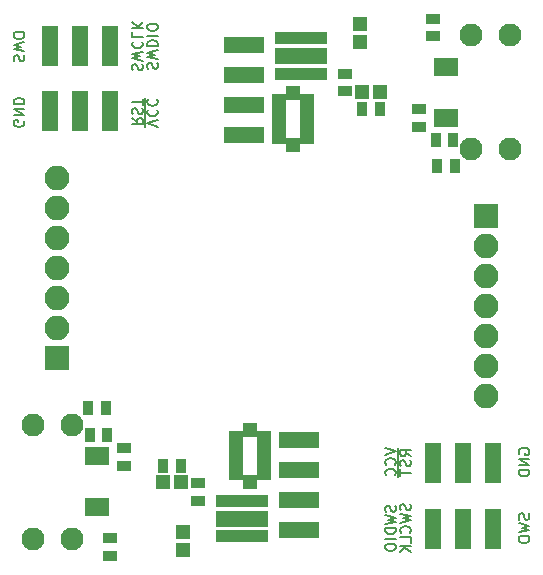
<source format=gbs>
%TF.GenerationSoftware,KiCad,Pcbnew,4.0.6*%
%TF.CreationDate,2017-04-20T11:48:03-04:00*%
%TF.ProjectId,Panel,50616E656C2E6B696361645F70636200,rev?*%
%TF.FileFunction,Soldermask,Bot*%
%FSLAX46Y46*%
G04 Gerber Fmt 4.6, Leading zero omitted, Abs format (unit mm)*
G04 Created by KiCad (PCBNEW 4.0.6) date Thu Apr 20 11:48:03 2017*
%MOMM*%
%LPD*%
G01*
G04 APERTURE LIST*
%ADD10C,0.100000*%
%ADD11C,0.150000*%
%ADD12R,1.400000X3.400000*%
%ADD13R,2.100000X2.100000*%
%ADD14O,2.100000X2.100000*%
%ADD15R,1.300000X0.900000*%
%ADD16R,1.200000X1.150000*%
%ADD17R,1.150000X1.200000*%
%ADD18C,1.950000*%
%ADD19R,0.699720X1.197560*%
%ADD20R,1.197560X0.699720*%
%ADD21R,4.500000X1.100000*%
%ADD22R,4.500000X1.400000*%
%ADD23R,2.099260X1.598880*%
%ADD24R,0.900000X1.300000*%
%ADD25R,3.400000X1.400000*%
G04 APERTURE END LIST*
D10*
D11*
X143458000Y-136618286D02*
X143415143Y-136532572D01*
X143415143Y-136404001D01*
X143458000Y-136275429D01*
X143543714Y-136189715D01*
X143629429Y-136146858D01*
X143800857Y-136104001D01*
X143929429Y-136104001D01*
X144100857Y-136146858D01*
X144186571Y-136189715D01*
X144272286Y-136275429D01*
X144315143Y-136404001D01*
X144315143Y-136489715D01*
X144272286Y-136618286D01*
X144229429Y-136661143D01*
X143929429Y-136661143D01*
X143929429Y-136489715D01*
X144315143Y-137046858D02*
X143415143Y-137046858D01*
X144315143Y-137561143D01*
X143415143Y-137561143D01*
X144315143Y-137989715D02*
X143415143Y-137989715D01*
X143415143Y-138204000D01*
X143458000Y-138332572D01*
X143543714Y-138418286D01*
X143629429Y-138461143D01*
X143800857Y-138504000D01*
X143929429Y-138504000D01*
X144100857Y-138461143D01*
X144186571Y-138418286D01*
X144272286Y-138332572D01*
X144315143Y-138204000D01*
X144315143Y-137989715D01*
X144272286Y-141649144D02*
X144315143Y-141777715D01*
X144315143Y-141992001D01*
X144272286Y-142077715D01*
X144229429Y-142120572D01*
X144143714Y-142163429D01*
X144058000Y-142163429D01*
X143972286Y-142120572D01*
X143929429Y-142077715D01*
X143886571Y-141992001D01*
X143843714Y-141820572D01*
X143800857Y-141734858D01*
X143758000Y-141692001D01*
X143672286Y-141649144D01*
X143586571Y-141649144D01*
X143500857Y-141692001D01*
X143458000Y-141734858D01*
X143415143Y-141820572D01*
X143415143Y-142034858D01*
X143458000Y-142163429D01*
X143415143Y-142463429D02*
X144315143Y-142677715D01*
X143672286Y-142849144D01*
X144315143Y-143020572D01*
X143415143Y-143234858D01*
X143415143Y-143749143D02*
X143415143Y-143920572D01*
X143458000Y-144006286D01*
X143543714Y-144092000D01*
X143715143Y-144134858D01*
X144015143Y-144134858D01*
X144186571Y-144092000D01*
X144272286Y-144006286D01*
X144315143Y-143920572D01*
X144315143Y-143749143D01*
X144272286Y-143663429D01*
X144186571Y-143577715D01*
X144015143Y-143534858D01*
X143715143Y-143534858D01*
X143543714Y-143577715D01*
X143458000Y-143663429D01*
X143415143Y-143749143D01*
X132112143Y-136104000D02*
X133012143Y-136404000D01*
X132112143Y-136704000D01*
X132926429Y-137518286D02*
X132969286Y-137475429D01*
X133012143Y-137346858D01*
X133012143Y-137261144D01*
X132969286Y-137132572D01*
X132883571Y-137046858D01*
X132797857Y-137004001D01*
X132626429Y-136961144D01*
X132497857Y-136961144D01*
X132326429Y-137004001D01*
X132240714Y-137046858D01*
X132155000Y-137132572D01*
X132112143Y-137261144D01*
X132112143Y-137346858D01*
X132155000Y-137475429D01*
X132197857Y-137518286D01*
X132926429Y-138418286D02*
X132969286Y-138375429D01*
X133012143Y-138246858D01*
X133012143Y-138161144D01*
X132969286Y-138032572D01*
X132883571Y-137946858D01*
X132797857Y-137904001D01*
X132626429Y-137861144D01*
X132497857Y-137861144D01*
X132326429Y-137904001D01*
X132240714Y-137946858D01*
X132155000Y-138032572D01*
X132112143Y-138161144D01*
X132112143Y-138246858D01*
X132155000Y-138375429D01*
X132197857Y-138418286D01*
X134282143Y-136811143D02*
X133853571Y-136511143D01*
X134282143Y-136296858D02*
X133382143Y-136296858D01*
X133382143Y-136639715D01*
X133425000Y-136725429D01*
X133467857Y-136768286D01*
X133553571Y-136811143D01*
X133682143Y-136811143D01*
X133767857Y-136768286D01*
X133810714Y-136725429D01*
X133853571Y-136639715D01*
X133853571Y-136296858D01*
X134239286Y-137154001D02*
X134282143Y-137282572D01*
X134282143Y-137496858D01*
X134239286Y-137582572D01*
X134196429Y-137625429D01*
X134110714Y-137668286D01*
X134025000Y-137668286D01*
X133939286Y-137625429D01*
X133896429Y-137582572D01*
X133853571Y-137496858D01*
X133810714Y-137325429D01*
X133767857Y-137239715D01*
X133725000Y-137196858D01*
X133639286Y-137154001D01*
X133553571Y-137154001D01*
X133467857Y-137196858D01*
X133425000Y-137239715D01*
X133382143Y-137325429D01*
X133382143Y-137539715D01*
X133425000Y-137668286D01*
X133382143Y-137925429D02*
X133382143Y-138439715D01*
X134282143Y-138182572D02*
X133382143Y-138182572D01*
X133227000Y-136082572D02*
X133227000Y-138525429D01*
X132969286Y-140984858D02*
X133012143Y-141113429D01*
X133012143Y-141327715D01*
X132969286Y-141413429D01*
X132926429Y-141456286D01*
X132840714Y-141499143D01*
X132755000Y-141499143D01*
X132669286Y-141456286D01*
X132626429Y-141413429D01*
X132583571Y-141327715D01*
X132540714Y-141156286D01*
X132497857Y-141070572D01*
X132455000Y-141027715D01*
X132369286Y-140984858D01*
X132283571Y-140984858D01*
X132197857Y-141027715D01*
X132155000Y-141070572D01*
X132112143Y-141156286D01*
X132112143Y-141370572D01*
X132155000Y-141499143D01*
X132112143Y-141799143D02*
X133012143Y-142013429D01*
X132369286Y-142184858D01*
X133012143Y-142356286D01*
X132112143Y-142570572D01*
X133012143Y-142913429D02*
X132112143Y-142913429D01*
X132112143Y-143127714D01*
X132155000Y-143256286D01*
X132240714Y-143342000D01*
X132326429Y-143384857D01*
X132497857Y-143427714D01*
X132626429Y-143427714D01*
X132797857Y-143384857D01*
X132883571Y-143342000D01*
X132969286Y-143256286D01*
X133012143Y-143127714D01*
X133012143Y-142913429D01*
X133012143Y-143813429D02*
X132112143Y-143813429D01*
X132112143Y-144413428D02*
X132112143Y-144584857D01*
X132155000Y-144670571D01*
X132240714Y-144756285D01*
X132412143Y-144799143D01*
X132712143Y-144799143D01*
X132883571Y-144756285D01*
X132969286Y-144670571D01*
X133012143Y-144584857D01*
X133012143Y-144413428D01*
X132969286Y-144327714D01*
X132883571Y-144242000D01*
X132712143Y-144199143D01*
X132412143Y-144199143D01*
X132240714Y-144242000D01*
X132155000Y-144327714D01*
X132112143Y-144413428D01*
X134239286Y-140856287D02*
X134282143Y-140984858D01*
X134282143Y-141199144D01*
X134239286Y-141284858D01*
X134196429Y-141327715D01*
X134110714Y-141370572D01*
X134025000Y-141370572D01*
X133939286Y-141327715D01*
X133896429Y-141284858D01*
X133853571Y-141199144D01*
X133810714Y-141027715D01*
X133767857Y-140942001D01*
X133725000Y-140899144D01*
X133639286Y-140856287D01*
X133553571Y-140856287D01*
X133467857Y-140899144D01*
X133425000Y-140942001D01*
X133382143Y-141027715D01*
X133382143Y-141242001D01*
X133425000Y-141370572D01*
X133382143Y-141670572D02*
X134282143Y-141884858D01*
X133639286Y-142056287D01*
X134282143Y-142227715D01*
X133382143Y-142442001D01*
X134196429Y-143299143D02*
X134239286Y-143256286D01*
X134282143Y-143127715D01*
X134282143Y-143042001D01*
X134239286Y-142913429D01*
X134153571Y-142827715D01*
X134067857Y-142784858D01*
X133896429Y-142742001D01*
X133767857Y-142742001D01*
X133596429Y-142784858D01*
X133510714Y-142827715D01*
X133425000Y-142913429D01*
X133382143Y-143042001D01*
X133382143Y-143127715D01*
X133425000Y-143256286D01*
X133467857Y-143299143D01*
X134282143Y-144113429D02*
X134282143Y-143684858D01*
X133382143Y-143684858D01*
X134282143Y-144413429D02*
X133382143Y-144413429D01*
X134282143Y-144927714D02*
X133767857Y-144542000D01*
X133382143Y-144927714D02*
X133896429Y-144413429D01*
X110717857Y-108188857D02*
X111146429Y-108488857D01*
X110717857Y-108703142D02*
X111617857Y-108703142D01*
X111617857Y-108360285D01*
X111575000Y-108274571D01*
X111532143Y-108231714D01*
X111446429Y-108188857D01*
X111317857Y-108188857D01*
X111232143Y-108231714D01*
X111189286Y-108274571D01*
X111146429Y-108360285D01*
X111146429Y-108703142D01*
X110760714Y-107845999D02*
X110717857Y-107717428D01*
X110717857Y-107503142D01*
X110760714Y-107417428D01*
X110803571Y-107374571D01*
X110889286Y-107331714D01*
X110975000Y-107331714D01*
X111060714Y-107374571D01*
X111103571Y-107417428D01*
X111146429Y-107503142D01*
X111189286Y-107674571D01*
X111232143Y-107760285D01*
X111275000Y-107803142D01*
X111360714Y-107845999D01*
X111446429Y-107845999D01*
X111532143Y-107803142D01*
X111575000Y-107760285D01*
X111617857Y-107674571D01*
X111617857Y-107460285D01*
X111575000Y-107331714D01*
X111617857Y-107074571D02*
X111617857Y-106560285D01*
X110717857Y-106817428D02*
X111617857Y-106817428D01*
X111773000Y-108917428D02*
X111773000Y-106474571D01*
X112887857Y-108896000D02*
X111987857Y-108596000D01*
X112887857Y-108296000D01*
X112073571Y-107481714D02*
X112030714Y-107524571D01*
X111987857Y-107653142D01*
X111987857Y-107738856D01*
X112030714Y-107867428D01*
X112116429Y-107953142D01*
X112202143Y-107995999D01*
X112373571Y-108038856D01*
X112502143Y-108038856D01*
X112673571Y-107995999D01*
X112759286Y-107953142D01*
X112845000Y-107867428D01*
X112887857Y-107738856D01*
X112887857Y-107653142D01*
X112845000Y-107524571D01*
X112802143Y-107481714D01*
X112073571Y-106581714D02*
X112030714Y-106624571D01*
X111987857Y-106753142D01*
X111987857Y-106838856D01*
X112030714Y-106967428D01*
X112116429Y-107053142D01*
X112202143Y-107095999D01*
X112373571Y-107138856D01*
X112502143Y-107138856D01*
X112673571Y-107095999D01*
X112759286Y-107053142D01*
X112845000Y-106967428D01*
X112887857Y-106838856D01*
X112887857Y-106753142D01*
X112845000Y-106624571D01*
X112802143Y-106581714D01*
X101542000Y-108381714D02*
X101584857Y-108467428D01*
X101584857Y-108595999D01*
X101542000Y-108724571D01*
X101456286Y-108810285D01*
X101370571Y-108853142D01*
X101199143Y-108895999D01*
X101070571Y-108895999D01*
X100899143Y-108853142D01*
X100813429Y-108810285D01*
X100727714Y-108724571D01*
X100684857Y-108595999D01*
X100684857Y-108510285D01*
X100727714Y-108381714D01*
X100770571Y-108338857D01*
X101070571Y-108338857D01*
X101070571Y-108510285D01*
X100684857Y-107953142D02*
X101584857Y-107953142D01*
X100684857Y-107438857D01*
X101584857Y-107438857D01*
X100684857Y-107010285D02*
X101584857Y-107010285D01*
X101584857Y-106796000D01*
X101542000Y-106667428D01*
X101456286Y-106581714D01*
X101370571Y-106538857D01*
X101199143Y-106496000D01*
X101070571Y-106496000D01*
X100899143Y-106538857D01*
X100813429Y-106581714D01*
X100727714Y-106667428D01*
X100684857Y-106796000D01*
X100684857Y-107010285D01*
X100727714Y-103350856D02*
X100684857Y-103222285D01*
X100684857Y-103007999D01*
X100727714Y-102922285D01*
X100770571Y-102879428D01*
X100856286Y-102836571D01*
X100942000Y-102836571D01*
X101027714Y-102879428D01*
X101070571Y-102922285D01*
X101113429Y-103007999D01*
X101156286Y-103179428D01*
X101199143Y-103265142D01*
X101242000Y-103307999D01*
X101327714Y-103350856D01*
X101413429Y-103350856D01*
X101499143Y-103307999D01*
X101542000Y-103265142D01*
X101584857Y-103179428D01*
X101584857Y-102965142D01*
X101542000Y-102836571D01*
X101584857Y-102536571D02*
X100684857Y-102322285D01*
X101327714Y-102150856D01*
X100684857Y-101979428D01*
X101584857Y-101765142D01*
X101584857Y-101250857D02*
X101584857Y-101079428D01*
X101542000Y-100993714D01*
X101456286Y-100908000D01*
X101284857Y-100865142D01*
X100984857Y-100865142D01*
X100813429Y-100908000D01*
X100727714Y-100993714D01*
X100684857Y-101079428D01*
X100684857Y-101250857D01*
X100727714Y-101336571D01*
X100813429Y-101422285D01*
X100984857Y-101465142D01*
X101284857Y-101465142D01*
X101456286Y-101422285D01*
X101542000Y-101336571D01*
X101584857Y-101250857D01*
X110760714Y-104143713D02*
X110717857Y-104015142D01*
X110717857Y-103800856D01*
X110760714Y-103715142D01*
X110803571Y-103672285D01*
X110889286Y-103629428D01*
X110975000Y-103629428D01*
X111060714Y-103672285D01*
X111103571Y-103715142D01*
X111146429Y-103800856D01*
X111189286Y-103972285D01*
X111232143Y-104057999D01*
X111275000Y-104100856D01*
X111360714Y-104143713D01*
X111446429Y-104143713D01*
X111532143Y-104100856D01*
X111575000Y-104057999D01*
X111617857Y-103972285D01*
X111617857Y-103757999D01*
X111575000Y-103629428D01*
X111617857Y-103329428D02*
X110717857Y-103115142D01*
X111360714Y-102943713D01*
X110717857Y-102772285D01*
X111617857Y-102557999D01*
X110803571Y-101700857D02*
X110760714Y-101743714D01*
X110717857Y-101872285D01*
X110717857Y-101957999D01*
X110760714Y-102086571D01*
X110846429Y-102172285D01*
X110932143Y-102215142D01*
X111103571Y-102257999D01*
X111232143Y-102257999D01*
X111403571Y-102215142D01*
X111489286Y-102172285D01*
X111575000Y-102086571D01*
X111617857Y-101957999D01*
X111617857Y-101872285D01*
X111575000Y-101743714D01*
X111532143Y-101700857D01*
X110717857Y-100886571D02*
X110717857Y-101315142D01*
X111617857Y-101315142D01*
X110717857Y-100586571D02*
X111617857Y-100586571D01*
X110717857Y-100072286D02*
X111232143Y-100458000D01*
X111617857Y-100072286D02*
X111103571Y-100586571D01*
X112030714Y-104015142D02*
X111987857Y-103886571D01*
X111987857Y-103672285D01*
X112030714Y-103586571D01*
X112073571Y-103543714D01*
X112159286Y-103500857D01*
X112245000Y-103500857D01*
X112330714Y-103543714D01*
X112373571Y-103586571D01*
X112416429Y-103672285D01*
X112459286Y-103843714D01*
X112502143Y-103929428D01*
X112545000Y-103972285D01*
X112630714Y-104015142D01*
X112716429Y-104015142D01*
X112802143Y-103972285D01*
X112845000Y-103929428D01*
X112887857Y-103843714D01*
X112887857Y-103629428D01*
X112845000Y-103500857D01*
X112887857Y-103200857D02*
X111987857Y-102986571D01*
X112630714Y-102815142D01*
X111987857Y-102643714D01*
X112887857Y-102429428D01*
X111987857Y-102086571D02*
X112887857Y-102086571D01*
X112887857Y-101872286D01*
X112845000Y-101743714D01*
X112759286Y-101658000D01*
X112673571Y-101615143D01*
X112502143Y-101572286D01*
X112373571Y-101572286D01*
X112202143Y-101615143D01*
X112116429Y-101658000D01*
X112030714Y-101743714D01*
X111987857Y-101872286D01*
X111987857Y-102086571D01*
X111987857Y-101186571D02*
X112887857Y-101186571D01*
X112887857Y-100586572D02*
X112887857Y-100415143D01*
X112845000Y-100329429D01*
X112759286Y-100243715D01*
X112587857Y-100200857D01*
X112287857Y-100200857D01*
X112116429Y-100243715D01*
X112030714Y-100329429D01*
X111987857Y-100415143D01*
X111987857Y-100586572D01*
X112030714Y-100672286D01*
X112116429Y-100758000D01*
X112287857Y-100800857D01*
X112587857Y-100800857D01*
X112759286Y-100758000D01*
X112845000Y-100672286D01*
X112887857Y-100586572D01*
D12*
X136200000Y-137400000D03*
X136200000Y-142940000D03*
X138740000Y-137400000D03*
X138740000Y-142940000D03*
X141280000Y-137400000D03*
X141280000Y-142940000D03*
D13*
X140626200Y-116491000D03*
D14*
X140626200Y-119031000D03*
X140626200Y-121571000D03*
X140626200Y-124111000D03*
X140626200Y-126651000D03*
X140626200Y-129191000D03*
X140626200Y-131731000D03*
D12*
X108800000Y-107600000D03*
X108800000Y-102060000D03*
X106260000Y-107600000D03*
X106260000Y-102060000D03*
X103720000Y-107600000D03*
X103720000Y-102060000D03*
D13*
X104373800Y-128509000D03*
D14*
X104373800Y-125969000D03*
X104373800Y-123429000D03*
X104373800Y-120889000D03*
X104373800Y-118349000D03*
X104373800Y-115809000D03*
X104373800Y-113269000D03*
D15*
X116306600Y-139086400D03*
X116306600Y-140586400D03*
D16*
X114800000Y-139000000D03*
X113300000Y-139000000D03*
D17*
X115000000Y-143250000D03*
X115000000Y-144750000D03*
D18*
X102284500Y-134175000D03*
X105584500Y-134175000D03*
X102284500Y-143825000D03*
X105584500Y-143825000D03*
D19*
X120456960Y-138950720D03*
D20*
X119507000Y-138498600D03*
X119507000Y-138000760D03*
X119507000Y-137500380D03*
X119507000Y-137000000D03*
X119507000Y-136502160D03*
X119507000Y-136001780D03*
X119507000Y-135501400D03*
X119507000Y-135003560D03*
D19*
X120456960Y-134551440D03*
X120954800Y-134551440D03*
D20*
X121904760Y-135003560D03*
X121904760Y-135501400D03*
X121904760Y-136001780D03*
X121904760Y-136502160D03*
X121904760Y-137000000D03*
X121904760Y-137500380D03*
X121904760Y-138000760D03*
X121904760Y-138498600D03*
D19*
X120954800Y-138950720D03*
D21*
X120015000Y-143583600D03*
D22*
X120015000Y-142083600D03*
D21*
X120015000Y-140583600D03*
D23*
X107700000Y-141136540D03*
X107700000Y-136813460D03*
D24*
X108600000Y-135000000D03*
X107100000Y-135000000D03*
D15*
X110000000Y-137600000D03*
X110000000Y-136100000D03*
X108800000Y-143750000D03*
X108800000Y-145250000D03*
D24*
X113300000Y-137600000D03*
X114800000Y-137600000D03*
X108500000Y-132750000D03*
X107000000Y-132750000D03*
D25*
X124815600Y-143023400D03*
X124815600Y-140483400D03*
X124815600Y-137943400D03*
X124815600Y-135403400D03*
D15*
X128693400Y-105913600D03*
X128693400Y-104413600D03*
D16*
X130200000Y-106000000D03*
X131700000Y-106000000D03*
D17*
X130000000Y-101750000D03*
X130000000Y-100250000D03*
D18*
X142715500Y-110825000D03*
X139415500Y-110825000D03*
X142715500Y-101175000D03*
X139415500Y-101175000D03*
D19*
X124543040Y-106049280D03*
D20*
X125493000Y-106501400D03*
X125493000Y-106999240D03*
X125493000Y-107499620D03*
X125493000Y-108000000D03*
X125493000Y-108497840D03*
X125493000Y-108998220D03*
X125493000Y-109498600D03*
X125493000Y-109996440D03*
D19*
X124543040Y-110448560D03*
X124045200Y-110448560D03*
D20*
X123095240Y-109996440D03*
X123095240Y-109498600D03*
X123095240Y-108998220D03*
X123095240Y-108497840D03*
X123095240Y-108000000D03*
X123095240Y-107499620D03*
X123095240Y-106999240D03*
X123095240Y-106501400D03*
D19*
X124045200Y-106049280D03*
D21*
X124985000Y-101416400D03*
D22*
X124985000Y-102916400D03*
D21*
X124985000Y-104416400D03*
D23*
X137300000Y-103863460D03*
X137300000Y-108186540D03*
D24*
X136400000Y-110000000D03*
X137900000Y-110000000D03*
D15*
X135000000Y-107400000D03*
X135000000Y-108900000D03*
X136200000Y-101250000D03*
X136200000Y-99750000D03*
D24*
X131700000Y-107400000D03*
X130200000Y-107400000D03*
X136500000Y-112250000D03*
X138000000Y-112250000D03*
D25*
X120184400Y-101976600D03*
X120184400Y-104516600D03*
X120184400Y-107056600D03*
X120184400Y-109596600D03*
M02*

</source>
